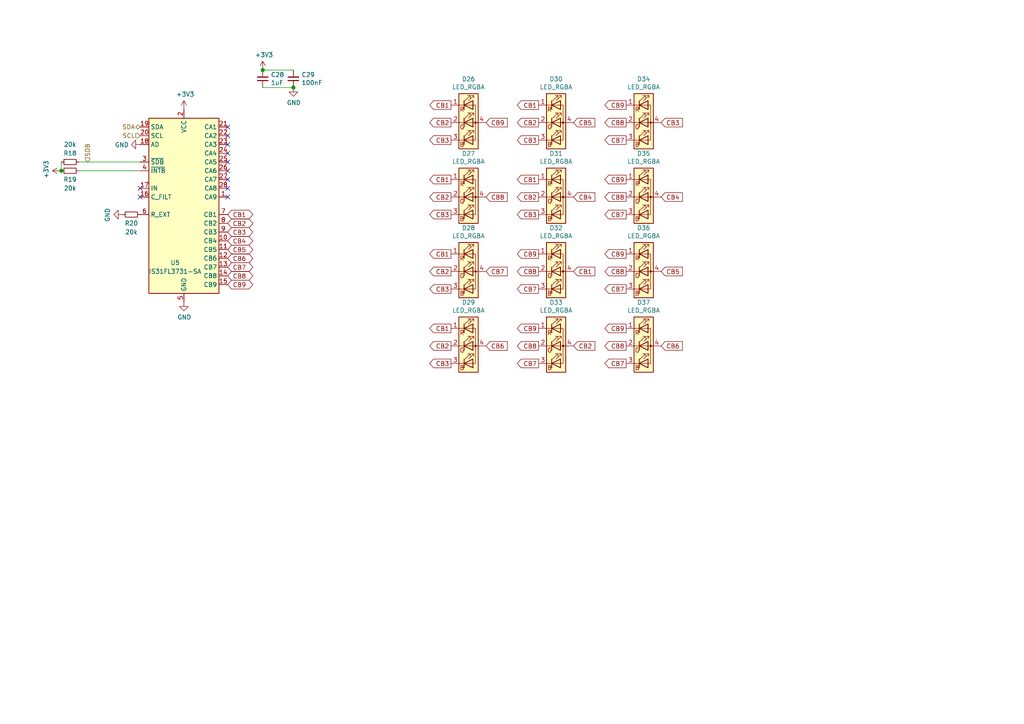
<source format=kicad_sch>
(kicad_sch (version 20210126) (generator eeschema)
  (paper "A4")
  (lib_symbols
    (symbol "Device:C_Small" (pin_numbers hide) (pin_names (offset 0.254) hide)
      (property "Reference" "C" (at 0.254 1.778 0))
      (property "Value" "C_Small" (at 0.254 -2.032 0))
      (symbol "C_Small_0_1"
        (polyline (pts (xy -1.524 -0.508) (xy 1.524 -0.508)) (stroke (width 0.3302)))
        (polyline (pts (xy -1.524 0.508) (xy 1.524 0.508)) (stroke (width 0.3048)))
      )
      (symbol "C_Small_1_1"
        (pin passive line (at 0 2.54 270) (length 2.032) (name "~") (number "1"))
        (pin passive line (at 0 -2.54 90) (length 2.032) (name "~") (number "2"))
      )
    )
    (symbol "Device:LED_RGBA" (pin_names (offset 0) hide)
      (property "Reference" "D" (at 0 9.398 0))
      (property "Value" "LED_RGBA" (at 0 -8.89 0))
      (symbol "LED_RGBA_0_0"
        (text "B" (at -1.905 -6.35 0) (effects (font (size 1.27 1.27))))
        (text "G" (at -1.905 -1.27 0) (effects (font (size 1.27 1.27))))
        (text "R" (at -1.905 3.81 0) (effects (font (size 1.27 1.27))))
      )
      (symbol "LED_RGBA_0_1"
        (circle (center 2.032 0) (radius 0.254) (fill (type outline)))
        (rectangle (start 1.27 -1.27) (end 1.27 1.27))
        (rectangle (start 1.27 1.27) (end 1.27 1.27))
        (rectangle (start 1.27 3.81) (end 1.27 6.35))
        (rectangle (start 1.27 6.35) (end 1.27 6.35))
        (rectangle (start 2.794 8.382) (end -2.794 -7.62) (stroke (width 0.254)) (fill (type background)))
        (polyline (pts (xy -1.27 -5.08) (xy -2.54 -5.08)))
        (polyline (pts (xy -1.27 -5.08) (xy 1.27 -5.08)))
        (polyline (pts (xy -1.27 -3.81) (xy -1.27 -6.35)) (stroke (width 0.254)))
        (polyline (pts (xy -1.27 0) (xy -2.54 0)))
        (polyline (pts (xy -1.27 1.27) (xy -1.27 -1.27)) (stroke (width 0.254)))
        (polyline (pts (xy -1.27 5.08) (xy -2.54 5.08)))
        (polyline (pts (xy -1.27 5.08) (xy 1.27 5.08)))
        (polyline (pts (xy -1.27 6.35) (xy -1.27 3.81)) (stroke (width 0.254)))
        (polyline (pts (xy 1.27 0) (xy -1.27 0)))
        (polyline (pts (xy 1.27 0) (xy 2.54 0)))
        (polyline (pts (xy -1.27 1.27) (xy -1.27 -1.27) (xy -1.27 -1.27)))
        (polyline (pts (xy -1.27 6.35) (xy -1.27 3.81) (xy -1.27 3.81)))
        (polyline (pts (xy 1.27 -5.08) (xy 2.032 -5.08) (xy 2.032 5.08) (xy 1.27 5.08)))
        (polyline (pts (xy 1.27 -3.81) (xy 1.27 -6.35) (xy -1.27 -5.08) (xy 1.27 -3.81)) (stroke (width 0.254)))
        (polyline (pts (xy 1.27 1.27) (xy 1.27 -1.27) (xy -1.27 0) (xy 1.27 1.27)) (stroke (width 0.254)))
        (polyline (pts (xy 1.27 6.35) (xy 1.27 3.81) (xy -1.27 5.08) (xy 1.27 6.35)) (stroke (width 0.254)))
        (polyline (pts (xy -1.016 -3.81) (xy 0.508 -2.286) (xy -0.254 -2.286) (xy 0.508 -2.286) (xy 0.508 -3.048)))
        (polyline (pts (xy -1.016 1.27) (xy 0.508 2.794) (xy -0.254 2.794) (xy 0.508 2.794) (xy 0.508 2.032)))
        (polyline (pts (xy -1.016 6.35) (xy 0.508 7.874) (xy -0.254 7.874) (xy 0.508 7.874) (xy 0.508 7.112)))
        (polyline (pts (xy 0 -3.81) (xy 1.524 -2.286) (xy 0.762 -2.286) (xy 1.524 -2.286) (xy 1.524 -3.048)))
        (polyline (pts (xy 0 1.27) (xy 1.524 2.794) (xy 0.762 2.794) (xy 1.524 2.794) (xy 1.524 2.032)))
        (polyline (pts (xy 0 6.35) (xy 1.524 7.874) (xy 0.762 7.874) (xy 1.524 7.874) (xy 1.524 7.112)))
      )
      (symbol "LED_RGBA_1_1"
        (pin passive line (at -5.08 5.08 0) (length 2.54) (name "RK") (number "1"))
        (pin passive line (at -5.08 0 0) (length 2.54) (name "GK") (number "2"))
        (pin passive line (at -5.08 -5.08 0) (length 2.54) (name "BK") (number "3"))
        (pin passive line (at 5.08 0 180) (length 2.54) (name "A") (number "4"))
      )
    )
    (symbol "Device:R_Small" (pin_numbers hide) (pin_names (offset 0.254) hide)
      (property "Reference" "R" (at 0.762 0.508 0))
      (property "Value" "R_Small" (at 0.762 -1.016 0))
      (symbol "R_Small_0_1"
        (rectangle (start -0.762 1.778) (end 0.762 -1.778) (stroke (width 0.2032)))
      )
      (symbol "R_Small_1_1"
        (pin passive line (at 0 2.54 270) (length 0.762) (name "~") (number "1"))
        (pin passive line (at 0 -2.54 90) (length 0.762) (name "~") (number "2"))
      )
    )
    (symbol "Driver_LED:IS31FL3731-SA"
      (property "Reference" "U" (at -10.16 26.035 0))
      (property "Value" "IS31FL3731-SA" (at 2.54 -26.035 0))
      (symbol "IS31FL3731-SA_0_1"
        (rectangle (start -10.16 25.4) (end 10.16 -25.4) (stroke (width 0.254)) (fill (type background)))
      )
      (symbol "IS31FL3731-SA_1_1"
        (pin bidirectional line (at 12.7 2.54 180) (length 2.54) (name "CA9") (number "1"))
        (pin bidirectional line (at 12.7 -10.16 180) (length 2.54) (name "CB4") (number "10"))
        (pin bidirectional line (at 12.7 -12.7 180) (length 2.54) (name "CB5") (number "11"))
        (pin bidirectional line (at 12.7 -15.24 180) (length 2.54) (name "CB6") (number "12"))
        (pin bidirectional line (at 12.7 -17.78 180) (length 2.54) (name "CB7") (number "13"))
        (pin bidirectional line (at 12.7 -20.32 180) (length 2.54) (name "CB8") (number "14"))
        (pin bidirectional line (at 12.7 -22.86 180) (length 2.54) (name "CB9") (number "15"))
        (pin passive line (at -12.7 2.54 0) (length 2.54) (name "C_FILT") (number "16"))
        (pin input line (at -12.7 5.08 0) (length 2.54) (name "IN") (number "17"))
        (pin input line (at -12.7 17.78 0) (length 2.54) (name "AD") (number "18"))
        (pin bidirectional line (at -12.7 22.86 0) (length 2.54) (name "SDA") (number "19"))
        (pin power_in line (at 0 27.94 270) (length 2.54) (name "VCC") (number "2"))
        (pin input line (at -12.7 20.32 0) (length 2.54) (name "SCL") (number "20"))
        (pin bidirectional line (at 12.7 22.86 180) (length 2.54) (name "CA1") (number "21"))
        (pin bidirectional line (at 12.7 20.32 180) (length 2.54) (name "CA2") (number "22"))
        (pin bidirectional line (at 12.7 17.78 180) (length 2.54) (name "CA3") (number "23"))
        (pin bidirectional line (at 12.7 15.24 180) (length 2.54) (name "CA4") (number "24"))
        (pin bidirectional line (at 12.7 12.7 180) (length 2.54) (name "CA5") (number "25"))
        (pin bidirectional line (at 12.7 10.16 180) (length 2.54) (name "CA6") (number "26"))
        (pin bidirectional line (at 12.7 7.62 180) (length 2.54) (name "CA7") (number "27"))
        (pin bidirectional line (at 12.7 5.08 180) (length 2.54) (name "CA8") (number "28"))
        (pin input line (at -12.7 12.7 0) (length 2.54) (name "~SDB") (number "3"))
        (pin open_collector line (at -12.7 10.16 0) (length 2.54) (name "~INTB") (number "4"))
        (pin power_in line (at 0 -27.94 90) (length 2.54) (name "GND") (number "5"))
        (pin passive line (at -12.7 -2.54 0) (length 2.54) (name "R_EXT") (number "6"))
        (pin bidirectional line (at 12.7 -2.54 180) (length 2.54) (name "CB1") (number "7"))
        (pin bidirectional line (at 12.7 -5.08 180) (length 2.54) (name "CB2") (number "8"))
        (pin bidirectional line (at 12.7 -7.62 180) (length 2.54) (name "CB3") (number "9"))
      )
    )
    (symbol "power:+3.3V" (power) (pin_names (offset 0))
      (property "Value" "+3.3V" (at 0 3.556 0))
      (symbol "+3.3V_0_1"
        (polyline (pts (xy -0.762 1.27) (xy 0 2.54)))
        (polyline (pts (xy 0 0) (xy 0 2.54)))
        (polyline (pts (xy 0 2.54) (xy 0.762 1.27)))
      )
      (symbol "+3.3V_1_1"
        (pin power_in line (at 0 0 90) (length 0) hide (name "+3V3") (number "1"))
      )
    )
    (symbol "power:GND" (power) (pin_names (offset 0))
      (property "Value" "GND" (at 0 -3.81 0))
      (symbol "GND_0_1"
        (polyline (pts (xy 0 0) (xy 0 -1.27) (xy 1.27 -1.27) (xy 0 -2.54) (xy -1.27 -1.27) (xy 0 -1.27)))
      )
      (symbol "GND_1_1"
        (pin power_in line (at 0 0 270) (length 0) hide (name "GND") (number "1"))
      )
    )
  )
  (junction (at 17.78 49.53) (diameter 1.016))
  (junction (at 76.2 20.32) (diameter 1.016))
  (junction (at 85.09 25.4) (diameter 1.016))
  (no_connect (at 40.64 54.61))
  (no_connect (at 40.64 57.15))
  (no_connect (at 66.04 36.83))
  (no_connect (at 66.04 39.37))
  (no_connect (at 66.04 41.91))
  (no_connect (at 66.04 44.45))
  (no_connect (at 66.04 46.99))
  (no_connect (at 66.04 49.53))
  (no_connect (at 66.04 52.07))
  (no_connect (at 66.04 54.61))
  (no_connect (at 66.04 57.15))
  (wire (pts (xy 17.78 46.99) (xy 17.78 49.53)))
  (wire (pts (xy 22.86 46.99) (xy 40.64 46.99)))
  (wire (pts (xy 22.86 49.53) (xy 40.64 49.53)))
  (wire (pts (xy 76.2 25.4) (xy 85.09 25.4)))
  (wire (pts (xy 85.09 20.32) (xy 76.2 20.32)))
  (global_label "CB1" (shape bidirectional) (at 66.04 62.23 0) (property "Intersheet References" "${INTERSHEET_REFS}" (effects hide)))
  (global_label "CB2" (shape bidirectional) (at 66.04 64.77 0) (property "Intersheet References" "${INTERSHEET_REFS}" (effects hide)))
  (global_label "CB3" (shape bidirectional) (at 66.04 67.31 0) (property "Intersheet References" "${INTERSHEET_REFS}" (effects hide)))
  (global_label "CB4" (shape bidirectional) (at 66.04 69.85 0) (property "Intersheet References" "${INTERSHEET_REFS}" (effects hide)))
  (global_label "CB5" (shape bidirectional) (at 66.04 72.39 0) (property "Intersheet References" "${INTERSHEET_REFS}" (effects hide)))
  (global_label "CB6" (shape bidirectional) (at 66.04 74.93 0) (property "Intersheet References" "${INTERSHEET_REFS}" (effects hide)))
  (global_label "CB7" (shape bidirectional) (at 66.04 77.47 0) (property "Intersheet References" "${INTERSHEET_REFS}" (effects hide)))
  (global_label "CB8" (shape bidirectional) (at 66.04 80.01 0) (property "Intersheet References" "${INTERSHEET_REFS}" (effects hide)))
  (global_label "CB9" (shape bidirectional) (at 66.04 82.55 0) (property "Intersheet References" "${INTERSHEET_REFS}" (effects hide)))
  (global_label "CB1" (shape output) (at 130.81 30.48 180) (property "Intersheet References" "${INTERSHEET_REFS}" (effects hide)))
  (global_label "CB2" (shape output) (at 130.81 35.56 180) (property "Intersheet References" "${INTERSHEET_REFS}" (effects hide)))
  (global_label "CB3" (shape output) (at 130.81 40.64 180) (property "Intersheet References" "${INTERSHEET_REFS}" (effects hide)))
  (global_label "CB1" (shape output) (at 130.81 52.07 180) (property "Intersheet References" "${INTERSHEET_REFS}" (effects hide)))
  (global_label "CB2" (shape output) (at 130.81 57.15 180) (property "Intersheet References" "${INTERSHEET_REFS}" (effects hide)))
  (global_label "CB3" (shape output) (at 130.81 62.23 180) (property "Intersheet References" "${INTERSHEET_REFS}" (effects hide)))
  (global_label "CB1" (shape output) (at 130.81 73.66 180) (property "Intersheet References" "${INTERSHEET_REFS}" (effects hide)))
  (global_label "CB2" (shape output) (at 130.81 78.74 180) (property "Intersheet References" "${INTERSHEET_REFS}" (effects hide)))
  (global_label "CB3" (shape output) (at 130.81 83.82 180) (property "Intersheet References" "${INTERSHEET_REFS}" (effects hide)))
  (global_label "CB1" (shape output) (at 130.81 95.25 180) (property "Intersheet References" "${INTERSHEET_REFS}" (effects hide)))
  (global_label "CB2" (shape output) (at 130.81 100.33 180) (property "Intersheet References" "${INTERSHEET_REFS}" (effects hide)))
  (global_label "CB3" (shape output) (at 130.81 105.41 180) (property "Intersheet References" "${INTERSHEET_REFS}" (effects hide)))
  (global_label "CB9" (shape input) (at 140.97 35.56 0) (property "Intersheet References" "${INTERSHEET_REFS}" (effects hide)))
  (global_label "CB8" (shape input) (at 140.97 57.15 0) (property "Intersheet References" "${INTERSHEET_REFS}" (effects hide)))
  (global_label "CB7" (shape input) (at 140.97 78.74 0) (property "Intersheet References" "${INTERSHEET_REFS}" (effects hide)))
  (global_label "CB6" (shape input) (at 140.97 100.33 0) (property "Intersheet References" "${INTERSHEET_REFS}" (effects hide)))
  (global_label "CB1" (shape output) (at 156.21 30.48 180) (property "Intersheet References" "${INTERSHEET_REFS}" (effects hide)))
  (global_label "CB2" (shape output) (at 156.21 35.56 180) (property "Intersheet References" "${INTERSHEET_REFS}" (effects hide)))
  (global_label "CB3" (shape output) (at 156.21 40.64 180) (property "Intersheet References" "${INTERSHEET_REFS}" (effects hide)))
  (global_label "CB1" (shape output) (at 156.21 52.07 180) (property "Intersheet References" "${INTERSHEET_REFS}" (effects hide)))
  (global_label "CB2" (shape output) (at 156.21 57.15 180) (property "Intersheet References" "${INTERSHEET_REFS}" (effects hide)))
  (global_label "CB3" (shape output) (at 156.21 62.23 180) (property "Intersheet References" "${INTERSHEET_REFS}" (effects hide)))
  (global_label "CB9" (shape output) (at 156.21 73.66 180) (property "Intersheet References" "${INTERSHEET_REFS}" (effects hide)))
  (global_label "CB8" (shape output) (at 156.21 78.74 180) (property "Intersheet References" "${INTERSHEET_REFS}" (effects hide)))
  (global_label "CB7" (shape output) (at 156.21 83.82 180) (property "Intersheet References" "${INTERSHEET_REFS}" (effects hide)))
  (global_label "CB9" (shape output) (at 156.21 95.25 180) (property "Intersheet References" "${INTERSHEET_REFS}" (effects hide)))
  (global_label "CB8" (shape output) (at 156.21 100.33 180) (property "Intersheet References" "${INTERSHEET_REFS}" (effects hide)))
  (global_label "CB7" (shape output) (at 156.21 105.41 180) (property "Intersheet References" "${INTERSHEET_REFS}" (effects hide)))
  (global_label "CB5" (shape input) (at 166.37 35.56 0) (property "Intersheet References" "${INTERSHEET_REFS}" (effects hide)))
  (global_label "CB4" (shape input) (at 166.37 57.15 0) (property "Intersheet References" "${INTERSHEET_REFS}" (effects hide)))
  (global_label "CB1" (shape input) (at 166.37 78.74 0) (property "Intersheet References" "${INTERSHEET_REFS}" (effects hide)))
  (global_label "CB2" (shape input) (at 166.37 100.33 0) (property "Intersheet References" "${INTERSHEET_REFS}" (effects hide)))
  (global_label "CB9" (shape output) (at 181.61 30.48 180) (property "Intersheet References" "${INTERSHEET_REFS}" (effects hide)))
  (global_label "CB8" (shape output) (at 181.61 35.56 180) (property "Intersheet References" "${INTERSHEET_REFS}" (effects hide)))
  (global_label "CB7" (shape output) (at 181.61 40.64 180) (property "Intersheet References" "${INTERSHEET_REFS}" (effects hide)))
  (global_label "CB9" (shape output) (at 181.61 52.07 180) (property "Intersheet References" "${INTERSHEET_REFS}" (effects hide)))
  (global_label "CB8" (shape output) (at 181.61 57.15 180) (property "Intersheet References" "${INTERSHEET_REFS}" (effects hide)))
  (global_label "CB7" (shape output) (at 181.61 62.23 180) (property "Intersheet References" "${INTERSHEET_REFS}" (effects hide)))
  (global_label "CB9" (shape output) (at 181.61 73.66 180) (property "Intersheet References" "${INTERSHEET_REFS}" (effects hide)))
  (global_label "CB8" (shape output) (at 181.61 78.74 180) (property "Intersheet References" "${INTERSHEET_REFS}" (effects hide)))
  (global_label "CB7" (shape output) (at 181.61 83.82 180) (property "Intersheet References" "${INTERSHEET_REFS}" (effects hide)))
  (global_label "CB9" (shape output) (at 181.61 95.25 180) (property "Intersheet References" "${INTERSHEET_REFS}" (effects hide)))
  (global_label "CB8" (shape output) (at 181.61 100.33 180) (property "Intersheet References" "${INTERSHEET_REFS}" (effects hide)))
  (global_label "CB7" (shape output) (at 181.61 105.41 180) (property "Intersheet References" "${INTERSHEET_REFS}" (effects hide)))
  (global_label "CB3" (shape input) (at 191.77 35.56 0) (property "Intersheet References" "${INTERSHEET_REFS}" (effects hide)))
  (global_label "CB4" (shape input) (at 191.77 57.15 0) (property "Intersheet References" "${INTERSHEET_REFS}" (effects hide)))
  (global_label "CB5" (shape input) (at 191.77 78.74 0) (property "Intersheet References" "${INTERSHEET_REFS}" (effects hide)))
  (global_label "CB6" (shape input) (at 191.77 100.33 0) (property "Intersheet References" "${INTERSHEET_REFS}" (effects hide)))
  (hierarchical_label "SDB" (shape input) (at 25.4 46.99 90))
  (hierarchical_label "SDA" (shape bidirectional) (at 40.64 36.83 180))
  (hierarchical_label "SCL" (shape input) (at 40.64 39.37 180))
  (symbol (lib_id "power:+3.3V") (at 17.78 49.53 90) (unit 1)
    (property "Reference" "#PWR041" (effects hide))
    (property "Value" "+3.3V" (at 13.3858 49.149 0))
  )
  (symbol (lib_id "power:+3.3V") (at 53.34 31.75 0) (unit 1)
    (property "Reference" "#PWR044" (effects hide))
    (property "Value" "+3.3V" (at 53.721 27.3558 0))
  )
  (symbol (lib_id "power:+3.3V") (at 76.2 20.32 0) (unit 1)
    (property "Reference" "#PWR046" (effects hide))
    (property "Value" "+3.3V" (at 76.581 15.9258 0))
  )
  (symbol (lib_id "power:GND") (at 35.56 62.23 270) (unit 1)
    (property "Reference" "#PWR042" (effects hide))
    (property "Value" "GND" (at 31.1658 62.357 0))
  )
  (symbol (lib_id "power:GND") (at 40.64 41.91 270) (unit 1)
    (property "Reference" "#PWR043" (effects hide))
    (property "Value" "GND" (at 37.3888 42.037 90) (effects (justify right)))
  )
  (symbol (lib_id "power:GND") (at 53.34 87.63 0) (unit 1)
    (property "Reference" "#PWR045" (effects hide))
    (property "Value" "GND" (at 53.467 92.0242 0))
  )
  (symbol (lib_id "power:GND") (at 85.09 25.4 0) (unit 1)
    (property "Reference" "#PWR047" (effects hide))
    (property "Value" "GND" (at 85.217 29.7942 0))
  )
  (symbol (lib_id "Device:R_Small") (at 20.32 46.99 90) (unit 1)
    (property "Reference" "R18" (at 20.32 44.45 90))
    (property "Value" "20k" (at 20.32 41.91 90))
    (property "Footprint" "Resistor_SMD:R_0603_1608Metric_Pad1.05x0.95mm_HandSolder" (effects hide))
  )
  (symbol (lib_id "Device:R_Small") (at 20.32 49.53 270) (unit 1)
    (property "Reference" "R19" (at 20.32 52.07 90))
    (property "Value" "20k" (at 20.32 54.61 90))
    (property "Footprint" "Resistor_SMD:R_0603_1608Metric_Pad1.05x0.95mm_HandSolder" (effects hide))
  )
  (symbol (lib_id "Device:R_Small") (at 38.1 62.23 270) (unit 1)
    (property "Reference" "R20" (at 38.1 64.77 90))
    (property "Value" "20k" (at 38.1 67.31 90))
    (property "Footprint" "Resistor_SMD:R_0603_1608Metric_Pad1.05x0.95mm_HandSolder" (effects hide))
  )
  (symbol (lib_id "Device:C_Small") (at 76.2 22.86 180) (unit 1)
    (property "Reference" "C28" (at 78.5368 21.6916 0) (effects (justify right)))
    (property "Value" "1uF" (at 78.5368 24.003 0) (effects (justify right)))
    (property "Footprint" "Capacitor_SMD:C_0603_1608Metric_Pad1.05x0.95mm_HandSolder" (effects hide))
  )
  (symbol (lib_id "Device:C_Small") (at 85.09 22.86 180) (unit 1)
    (property "Reference" "C29" (at 87.4268 21.6916 0) (effects (justify right)))
    (property "Value" "100nF" (at 87.4268 24.003 0) (effects (justify right)))
    (property "Footprint" "Capacitor_SMD:C_0603_1608Metric_Pad1.05x0.95mm_HandSolder" (effects hide))
  )
  (symbol (lib_id "Device:LED_RGBA") (at 135.89 35.56 0) (unit 1)
    (property "Reference" "D26" (at 135.89 22.9362 0))
    (property "Value" "LED_RGBA" (at 135.89 25.2476 0))
    (property "Footprint" "PeriodBoards:LED_RGBA_Reverse" (effects hide))
  )
  (symbol (lib_id "Device:LED_RGBA") (at 135.89 57.15 0) (unit 1)
    (property "Reference" "D27" (at 135.89 44.5262 0))
    (property "Value" "LED_RGBA" (at 135.89 46.8376 0))
    (property "Footprint" "PeriodBoards:LED_RGBA_Reverse" (effects hide))
  )
  (symbol (lib_id "Device:LED_RGBA") (at 135.89 78.74 0) (unit 1)
    (property "Reference" "D28" (at 135.89 66.1162 0))
    (property "Value" "LED_RGBA" (at 135.89 68.4276 0))
    (property "Footprint" "PeriodBoards:LED_RGBA_Reverse" (effects hide))
  )
  (symbol (lib_id "Device:LED_RGBA") (at 135.89 100.33 0) (unit 1)
    (property "Reference" "D29" (at 135.89 87.7062 0))
    (property "Value" "LED_RGBA" (at 135.89 90.0176 0))
    (property "Footprint" "PeriodBoards:LED_RGBA_Reverse" (effects hide))
  )
  (symbol (lib_id "Device:LED_RGBA") (at 161.29 35.56 0) (unit 1)
    (property "Reference" "D30" (at 161.29 22.9362 0))
    (property "Value" "LED_RGBA" (at 161.29 25.2476 0))
    (property "Footprint" "PeriodBoards:LED_RGBA_Reverse" (effects hide))
  )
  (symbol (lib_id "Device:LED_RGBA") (at 161.29 57.15 0) (unit 1)
    (property "Reference" "D31" (at 161.29 44.5262 0))
    (property "Value" "LED_RGBA" (at 161.29 46.8376 0))
    (property "Footprint" "PeriodBoards:LED_RGBA_Reverse" (effects hide))
  )
  (symbol (lib_id "Device:LED_RGBA") (at 161.29 78.74 0) (unit 1)
    (property "Reference" "D32" (at 161.29 66.1162 0))
    (property "Value" "LED_RGBA" (at 161.29 68.4276 0))
    (property "Footprint" "PeriodBoards:LED_RGBA_Reverse" (effects hide))
  )
  (symbol (lib_id "Device:LED_RGBA") (at 161.29 100.33 0) (unit 1)
    (property "Reference" "D33" (at 161.29 87.7062 0))
    (property "Value" "LED_RGBA" (at 161.29 90.0176 0))
    (property "Footprint" "PeriodBoards:LED_RGBA_Reverse" (effects hide))
  )
  (symbol (lib_id "Device:LED_RGBA") (at 186.69 35.56 0) (unit 1)
    (property "Reference" "D34" (at 186.69 22.9362 0))
    (property "Value" "LED_RGBA" (at 186.69 25.2476 0))
    (property "Footprint" "PeriodBoards:LED_RGBA_Reverse" (effects hide))
  )
  (symbol (lib_id "Device:LED_RGBA") (at 186.69 57.15 0) (unit 1)
    (property "Reference" "D35" (at 186.69 44.5262 0))
    (property "Value" "LED_RGBA" (at 186.69 46.8376 0))
    (property "Footprint" "PeriodBoards:LED_RGBA_Reverse" (effects hide))
  )
  (symbol (lib_id "Device:LED_RGBA") (at 186.69 78.74 0) (unit 1)
    (property "Reference" "D36" (at 186.69 66.1162 0))
    (property "Value" "LED_RGBA" (at 186.69 68.4276 0))
    (property "Footprint" "PeriodBoards:LED_RGBA_Reverse" (effects hide))
  )
  (symbol (lib_id "Device:LED_RGBA") (at 186.69 100.33 0) (unit 1)
    (property "Reference" "D37" (at 186.69 87.7062 0))
    (property "Value" "LED_RGBA" (at 186.69 90.0176 0))
    (property "Footprint" "PeriodBoards:LED_RGBA_Reverse" (effects hide))
  )
  (symbol (lib_id "Driver_LED:IS31FL3731-SA") (at 53.34 59.69 0) (unit 1)
    (property "Reference" "U5" (at 50.8 76.2 0))
    (property "Value" "IS31FL3731-SA" (at 50.8 78.74 0))
    (property "Footprint" "Package_SO:SSOP-28_5.3x10.2mm_P0.65mm" (effects hide))
    (property "Datasheet" "http://www.issi.com/WW/pdf/31FL3731.pdf" (effects hide))
  )
)
</source>
